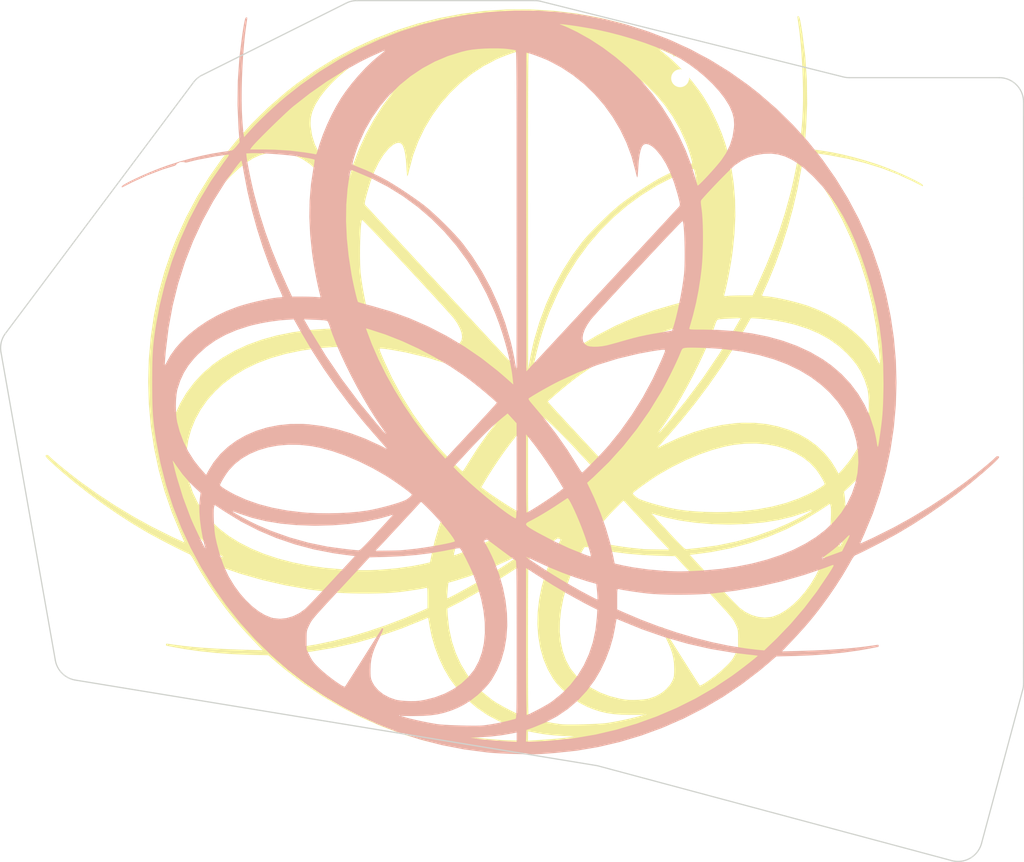
<source format=kicad_pcb>
(kicad_pcb (version 20240108) (generator "pcbnew") (generator_version "8.0")
  (title_block (title "Whiplaesh") (date "2024-11-01") (rev "0.1") (company "ykz89"))
  (layers (0 "F.Cu" signal) (31 "B.Cu" signal) (34 "B.Paste" user) (35 "F.Paste" user) (36 "B.SilkS" user "B.Silkscreen") (37 "F.SilkS" user "F.Silkscreen") (38 "B.Mask" user) (39 "F.Mask" user) (44 "Edge.Cuts" user))
  (net 0 "")
  (footprint "library:Aespa" (layer "F.Cu") (at 77.51 80.43)
    (property "Reference" "G***" (hide yes))
    (property "Value" "LOGO" (hide yes))
  )
  (footprint "MountingHole:MountingHole_2.2mm_M2" (layer "F.Cu") (at 52.499569 116.296129)
    (property "Reference" "H4" (hide yes))
    (property "Value" "MountingHole" (hide yes))
    (pad "" np_thru_hole circle (at 0 0) (size 2.2 2.2) (drill 2.2) (layers "*.Cu" "*.Mask"))
  )
  (footprint "MountingHole:MountingHole_2.2mm_M2" (layer "F.Cu") (at 43.949569 54.546129)
    (property "Reference" "H1" (hide yes))
    (property "Value" "MountingHole" (hide yes))
    (pad "" np_thru_hole circle (at 0 0) (size 2.2 2.2) (drill 2.2) (layers "*.Cu" "*.Mask"))
  )
  (footprint "MountingHole:MountingHole_2.2mm_M2" (layer "F.Cu") (at 105.28 43.12)
    (property "Reference" "H2" (at 0 -3.2 0) (layer "F.SilkS"))
    (property "Value" "MountingHole" (hide yes))
    (pad "" np_thru_hole circle (at 0 0) (size 2.2 2.2) (drill 2.2) (layers "*.Cu" "*.Mask"))
  )
  (footprint "MountingHole:MountingHole_2.2mm_M2" (layer "F.Cu") (at 137.75 135.75)
    (property "Reference" "H3" (hide yes))
    (property "Value" "MountingHole" (hide yes))
    (pad "" np_thru_hole circle (at 0 0) (size 2.2 2.2) (drill 2.2) (layers "*.Cu" "*.Mask"))
  )
  (footprint "library:Aespa" (layer "B.Cu") (at 94.165616 80.574966 180)
    (property "Reference" "G***" (hide yes))
    (property "Value" "LOGO" (hide yes))
  )
  (gr_line (start 142.423621 137.462927) (end 147.497777 118.525919) (stroke (width 0.15)) (layer "Edge.Cuts"))
  (gr_line (start 147.601847 112.753361) (end 147.598001 57.849444) (stroke (width 0.15)) (layer "Edge.Cuts"))
  (gr_arc (start 126.118886 43.046129) (mid 125.752337 43.02365) (end 125.391279 42.956557) (stroke (width 0.15)) (layer "Edge.Cuts"))
  (gr_line (start 147.6 117.749444) (end 147.601847 112.753361) (stroke (width 0.15)) (layer "Edge.Cuts"))
  (gr_arc (start 142.423621 137.462927) (mid 141.025856 139.284561) (end 138.749386 139.584248) (stroke (width 0.15)) (layer "Edge.Cuts"))
  (gr_arc (start 30.757655 117.326669) (mid 29.134798 116.500146) (end 28.289084 114.887217) (stroke (width 0.15)) (layer "Edge.Cuts"))
  (gr_line (start 45.324299 43.614232) (end 22.143571 74.580509) (stroke (width 0.15)) (layer "Edge.Cuts"))
  (gr_arc (start 21.590784 76.89927) (mid 21.626993 75.682628) (end 22.143571 74.580509) (stroke (width 0.15)) (layer "Edge.Cuts"))
  (gr_arc (start 45.324299 43.614232) (mid 45.80265 43.109673) (end 46.384295 42.728767) (stroke (width 0.15)) (layer "Edge.Cuts"))
  (gr_line (start 64.116133 33.862848) (end 46.384295 42.728767) (stroke (width 0.15)) (layer "Edge.Cuts"))
  (gr_line (start 144.599587 43.046129) (end 126.118886 43.046129) (stroke (width 0.15)) (layer "Edge.Cuts"))
  (gr_line (start 147.598001 57.849444) (end 147.599587 46.046112) (stroke (width 0.15)) (layer "Edge.Cuts"))
  (gr_arc (start 64.116133 33.862848) (mid 64.768512 33.626369) (end 65.457773 33.546129) (stroke (width 0.15)) (layer "Edge.Cuts"))
  (gr_arc (start 144.599587 43.046129) (mid 146.720974 43.924739) (end 147.599587 46.046112) (stroke (width 0.15)) (layer "Edge.Cuts"))
  (gr_line (start 125.391279 42.956557) (end 88.107859 33.635702) (stroke (width 0.15)) (layer "Edge.Cuts"))
  (gr_line (start 95.22363 127.921556) (end 138.749386 139.584248) (stroke (width 0.15)) (layer "Edge.Cuts"))
  (gr_arc (start 87.380253 33.546129) (mid 87.746801 33.568613) (end 88.107859 33.635702) (stroke (width 0.15)) (layer "Edge.Cuts"))
  (gr_arc (start 94.933024 127.858937) (mid 95.079103 127.886645) (end 95.223629 127.921556) (stroke (width 0.15)) (layer "Edge.Cuts"))
  (gr_arc (start 147.6 117.749444) (mid 147.574335 118.141032) (end 147.497777 118.525919) (stroke (width 0.15)) (layer "Edge.Cuts"))
  (gr_line (start 21.590784 76.89927) (end 28.289084 114.887217) (stroke (width 0.15)) (layer "Edge.Cuts"))
  (gr_line (start 87.380253 33.546129) (end 65.457773 33.546129) (stroke (width 0.15)) (layer "Edge.Cuts"))
  (gr_line (start 30.757655 117.326669) (end 94.933024 127.858937) (stroke (width 0.15)) (layer "Edge.Cuts"))
)
</source>
